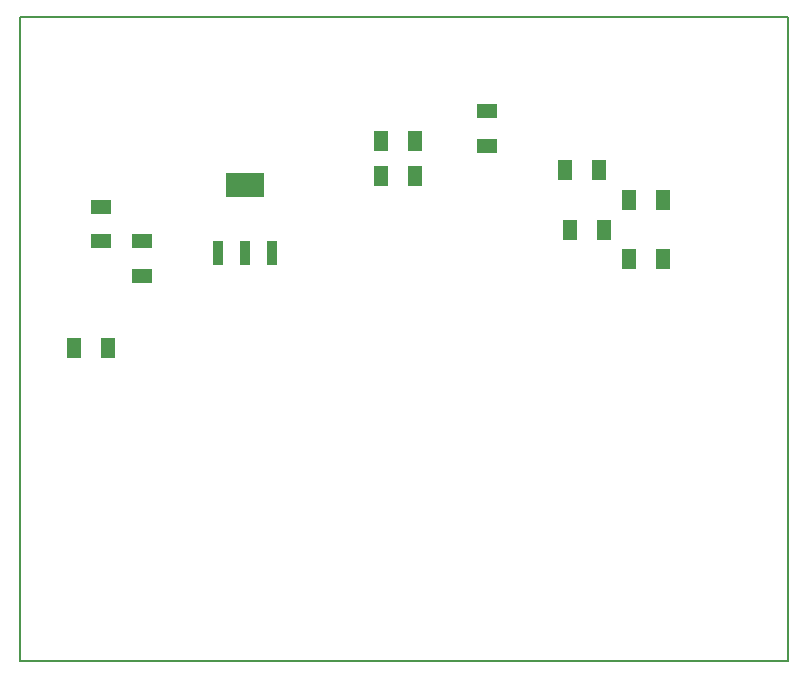
<source format=gbr>
G04 PROTEUS RS274X GERBER FILE*
%FSLAX45Y45*%
%MOMM*%
G01*
%ADD23R,1.803400X1.143000*%
%ADD24R,1.143000X1.803400*%
%ADD25R,0.939800X2.159000*%
%ADD26R,3.251200X2.159000*%
%ADD22C,0.203200*%
D23*
X+750569Y+3600000D03*
X+750569Y+3890000D03*
D24*
X+520569Y+2700000D03*
X+810569Y+2700000D03*
D23*
X+1100569Y+3600000D03*
X+1100569Y+3310000D03*
D25*
X+2200569Y+3500000D03*
X+1970569Y+3500000D03*
X+1740569Y+3500000D03*
D26*
X+1970569Y+4080000D03*
D23*
X+4020569Y+4700000D03*
X+4020569Y+4410000D03*
D24*
X+3120569Y+4450000D03*
X+3410569Y+4450000D03*
X+3120569Y+4150000D03*
X+3410569Y+4150000D03*
X+4970569Y+4200000D03*
X+4680569Y+4200000D03*
X+5220569Y+3450000D03*
X+5510569Y+3450000D03*
X+4720569Y+3700000D03*
X+5010569Y+3700000D03*
X+5220569Y+3950000D03*
X+5510569Y+3950000D03*
D22*
X+70569Y+50000D02*
X+6570569Y+50000D01*
X+6570569Y+5500000D01*
X+70569Y+5500000D01*
X+70569Y+50000D01*
M02*

</source>
